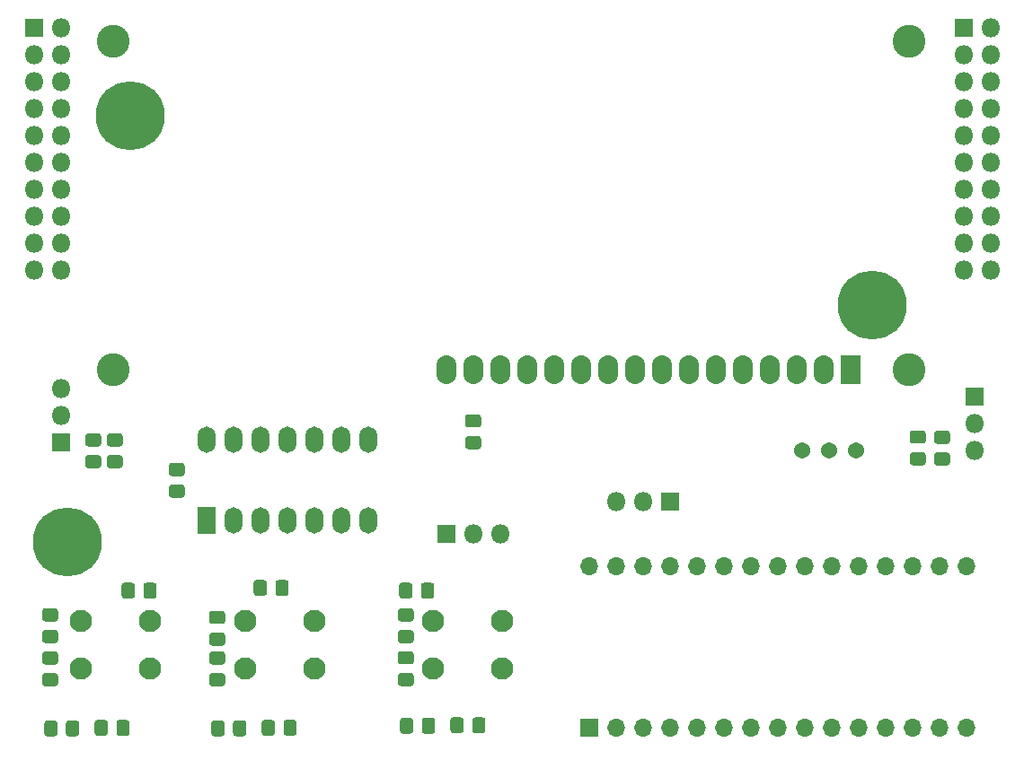
<source format=gbr>
%TF.GenerationSoftware,KiCad,Pcbnew,(5.1.6)-1*%
%TF.CreationDate,2020-10-03T16:08:43+08:00*%
%TF.ProjectId,odometer_project,6f646f6d-6574-4657-925f-70726f6a6563,rev?*%
%TF.SameCoordinates,Original*%
%TF.FileFunction,Soldermask,Top*%
%TF.FilePolarity,Negative*%
%FSLAX46Y46*%
G04 Gerber Fmt 4.6, Leading zero omitted, Abs format (unit mm)*
G04 Created by KiCad (PCBNEW (5.1.6)-1) date 2020-10-03 16:08:43*
%MOMM*%
%LPD*%
G01*
G04 APERTURE LIST*
%ADD10C,0.900000*%
%ADD11C,6.500000*%
%ADD12C,1.540000*%
%ADD13O,1.800000X1.800000*%
%ADD14R,1.800000X1.800000*%
%ADD15C,3.100000*%
%ADD16O,1.900000X2.700000*%
%ADD17R,1.900000X2.700000*%
%ADD18C,2.100000*%
%ADD19O,1.700000X2.500000*%
%ADD20R,1.700000X2.500000*%
%ADD21O,1.700000X1.700000*%
%ADD22R,1.700000X1.700000*%
G04 APERTURE END LIST*
D10*
%TO.C,REF\u002A\u002A*%
X264079056Y-110316944D03*
X262382000Y-109614000D03*
X260684944Y-110316944D03*
X259982000Y-112014000D03*
X260684944Y-113711056D03*
X262382000Y-114414000D03*
X264079056Y-113711056D03*
X264782000Y-112014000D03*
D11*
X262382000Y-112014000D03*
%TD*%
D10*
%TO.C,REF\u002A\u002A*%
X188273056Y-132668944D03*
X186576000Y-131966000D03*
X184878944Y-132668944D03*
X184176000Y-134366000D03*
X184878944Y-136063056D03*
X186576000Y-136766000D03*
X188273056Y-136063056D03*
X188976000Y-134366000D03*
D11*
X186576000Y-134366000D03*
%TD*%
D10*
%TO.C,REF\u002A\u002A*%
X194148112Y-92456000D03*
X192451056Y-91753056D03*
X190754000Y-92456000D03*
X190051056Y-94153056D03*
X190754000Y-95850112D03*
X192451056Y-96553056D03*
X194148112Y-95850112D03*
X194851056Y-94153056D03*
D11*
X192451056Y-94153056D03*
%TD*%
D12*
%TO.C,RV1*%
X260858000Y-125730000D03*
X258318000Y-125730000D03*
X255778000Y-125730000D03*
%TD*%
%TO.C,R12*%
G36*
G01*
X191486262Y-125339000D02*
X190529738Y-125339000D01*
G75*
G02*
X190258000Y-125067262I0J271738D01*
G01*
X190258000Y-124360738D01*
G75*
G02*
X190529738Y-124089000I271738J0D01*
G01*
X191486262Y-124089000D01*
G75*
G02*
X191758000Y-124360738I0J-271738D01*
G01*
X191758000Y-125067262D01*
G75*
G02*
X191486262Y-125339000I-271738J0D01*
G01*
G37*
G36*
G01*
X191486262Y-127389000D02*
X190529738Y-127389000D01*
G75*
G02*
X190258000Y-127117262I0J271738D01*
G01*
X190258000Y-126410738D01*
G75*
G02*
X190529738Y-126139000I271738J0D01*
G01*
X191486262Y-126139000D01*
G75*
G02*
X191758000Y-126410738I0J-271738D01*
G01*
X191758000Y-127117262D01*
G75*
G02*
X191486262Y-127389000I-271738J0D01*
G01*
G37*
%TD*%
%TO.C,R11*%
G36*
G01*
X267178262Y-125067000D02*
X266221738Y-125067000D01*
G75*
G02*
X265950000Y-124795262I0J271738D01*
G01*
X265950000Y-124088738D01*
G75*
G02*
X266221738Y-123817000I271738J0D01*
G01*
X267178262Y-123817000D01*
G75*
G02*
X267450000Y-124088738I0J-271738D01*
G01*
X267450000Y-124795262D01*
G75*
G02*
X267178262Y-125067000I-271738J0D01*
G01*
G37*
G36*
G01*
X267178262Y-127117000D02*
X266221738Y-127117000D01*
G75*
G02*
X265950000Y-126845262I0J271738D01*
G01*
X265950000Y-126138738D01*
G75*
G02*
X266221738Y-125867000I271738J0D01*
G01*
X267178262Y-125867000D01*
G75*
G02*
X267450000Y-126138738I0J-271738D01*
G01*
X267450000Y-126845262D01*
G75*
G02*
X267178262Y-127117000I-271738J0D01*
G01*
G37*
%TD*%
%TO.C,D5*%
G36*
G01*
X189454262Y-125339000D02*
X188497738Y-125339000D01*
G75*
G02*
X188226000Y-125067262I0J271738D01*
G01*
X188226000Y-124360738D01*
G75*
G02*
X188497738Y-124089000I271738J0D01*
G01*
X189454262Y-124089000D01*
G75*
G02*
X189726000Y-124360738I0J-271738D01*
G01*
X189726000Y-125067262D01*
G75*
G02*
X189454262Y-125339000I-271738J0D01*
G01*
G37*
G36*
G01*
X189454262Y-127389000D02*
X188497738Y-127389000D01*
G75*
G02*
X188226000Y-127117262I0J271738D01*
G01*
X188226000Y-126410738D01*
G75*
G02*
X188497738Y-126139000I271738J0D01*
G01*
X189454262Y-126139000D01*
G75*
G02*
X189726000Y-126410738I0J-271738D01*
G01*
X189726000Y-127117262D01*
G75*
G02*
X189454262Y-127389000I-271738J0D01*
G01*
G37*
%TD*%
%TO.C,D4*%
G36*
G01*
X269464262Y-125085000D02*
X268507738Y-125085000D01*
G75*
G02*
X268236000Y-124813262I0J271738D01*
G01*
X268236000Y-124106738D01*
G75*
G02*
X268507738Y-123835000I271738J0D01*
G01*
X269464262Y-123835000D01*
G75*
G02*
X269736000Y-124106738I0J-271738D01*
G01*
X269736000Y-124813262D01*
G75*
G02*
X269464262Y-125085000I-271738J0D01*
G01*
G37*
G36*
G01*
X269464262Y-127135000D02*
X268507738Y-127135000D01*
G75*
G02*
X268236000Y-126863262I0J271738D01*
G01*
X268236000Y-126156738D01*
G75*
G02*
X268507738Y-125885000I271738J0D01*
G01*
X269464262Y-125885000D01*
G75*
G02*
X269736000Y-126156738I0J-271738D01*
G01*
X269736000Y-126863262D01*
G75*
G02*
X269464262Y-127135000I-271738J0D01*
G01*
G37*
%TD*%
D13*
%TO.C,JP2*%
X227330000Y-133604000D03*
X224790000Y-133604000D03*
D14*
X222250000Y-133604000D03*
%TD*%
D13*
%TO.C,JP1*%
X238252000Y-130556000D03*
X240792000Y-130556000D03*
D14*
X243332000Y-130556000D03*
%TD*%
D13*
%TO.C,J1*%
X185928000Y-119888000D03*
X185928000Y-122428000D03*
D14*
X185928000Y-124968000D03*
%TD*%
D15*
%TO.C,DS1*%
X190850000Y-118110000D03*
X190850520Y-87109300D03*
X265849100Y-87109300D03*
X265849100Y-118110000D03*
D16*
X222250000Y-118110000D03*
X224790000Y-118110000D03*
X227330000Y-118110000D03*
X229870000Y-118110000D03*
X232410000Y-118110000D03*
X234950000Y-118110000D03*
X237490000Y-118110000D03*
X240030000Y-118110000D03*
X242570000Y-118110000D03*
X245110000Y-118110000D03*
X247650000Y-118110000D03*
X250190000Y-118110000D03*
X252730000Y-118110000D03*
X255270000Y-118110000D03*
X257810000Y-118110000D03*
D17*
X260350000Y-118110000D03*
%TD*%
%TO.C,R10*%
G36*
G01*
X219149000Y-151204738D02*
X219149000Y-152161262D01*
G75*
G02*
X218877262Y-152433000I-271738J0D01*
G01*
X218170738Y-152433000D01*
G75*
G02*
X217899000Y-152161262I0J271738D01*
G01*
X217899000Y-151204738D01*
G75*
G02*
X218170738Y-150933000I271738J0D01*
G01*
X218877262Y-150933000D01*
G75*
G02*
X219149000Y-151204738I0J-271738D01*
G01*
G37*
G36*
G01*
X221199000Y-151204738D02*
X221199000Y-152161262D01*
G75*
G02*
X220927262Y-152433000I-271738J0D01*
G01*
X220220738Y-152433000D01*
G75*
G02*
X219949000Y-152161262I0J271738D01*
G01*
X219949000Y-151204738D01*
G75*
G02*
X220220738Y-150933000I271738J0D01*
G01*
X220927262Y-150933000D01*
G75*
G02*
X221199000Y-151204738I0J-271738D01*
G01*
G37*
%TD*%
%TO.C,R9*%
G36*
G01*
X201357000Y-151448738D02*
X201357000Y-152405262D01*
G75*
G02*
X201085262Y-152677000I-271738J0D01*
G01*
X200378738Y-152677000D01*
G75*
G02*
X200107000Y-152405262I0J271738D01*
G01*
X200107000Y-151448738D01*
G75*
G02*
X200378738Y-151177000I271738J0D01*
G01*
X201085262Y-151177000D01*
G75*
G02*
X201357000Y-151448738I0J-271738D01*
G01*
G37*
G36*
G01*
X203407000Y-151448738D02*
X203407000Y-152405262D01*
G75*
G02*
X203135262Y-152677000I-271738J0D01*
G01*
X202428738Y-152677000D01*
G75*
G02*
X202157000Y-152405262I0J271738D01*
G01*
X202157000Y-151448738D01*
G75*
G02*
X202428738Y-151177000I271738J0D01*
G01*
X203135262Y-151177000D01*
G75*
G02*
X203407000Y-151448738I0J-271738D01*
G01*
G37*
%TD*%
%TO.C,R8*%
G36*
G01*
X185609000Y-151458738D02*
X185609000Y-152415262D01*
G75*
G02*
X185337262Y-152687000I-271738J0D01*
G01*
X184630738Y-152687000D01*
G75*
G02*
X184359000Y-152415262I0J271738D01*
G01*
X184359000Y-151458738D01*
G75*
G02*
X184630738Y-151187000I271738J0D01*
G01*
X185337262Y-151187000D01*
G75*
G02*
X185609000Y-151458738I0J-271738D01*
G01*
G37*
G36*
G01*
X187659000Y-151458738D02*
X187659000Y-152415262D01*
G75*
G02*
X187387262Y-152687000I-271738J0D01*
G01*
X186680738Y-152687000D01*
G75*
G02*
X186409000Y-152415262I0J271738D01*
G01*
X186409000Y-151458738D01*
G75*
G02*
X186680738Y-151187000I271738J0D01*
G01*
X187387262Y-151187000D01*
G75*
G02*
X187659000Y-151458738I0J-271738D01*
G01*
G37*
%TD*%
%TO.C,D3*%
G36*
G01*
X223894000Y-151159738D02*
X223894000Y-152116262D01*
G75*
G02*
X223622262Y-152388000I-271738J0D01*
G01*
X222915738Y-152388000D01*
G75*
G02*
X222644000Y-152116262I0J271738D01*
G01*
X222644000Y-151159738D01*
G75*
G02*
X222915738Y-150888000I271738J0D01*
G01*
X223622262Y-150888000D01*
G75*
G02*
X223894000Y-151159738I0J-271738D01*
G01*
G37*
G36*
G01*
X225944000Y-151159738D02*
X225944000Y-152116262D01*
G75*
G02*
X225672262Y-152388000I-271738J0D01*
G01*
X224965738Y-152388000D01*
G75*
G02*
X224694000Y-152116262I0J271738D01*
G01*
X224694000Y-151159738D01*
G75*
G02*
X224965738Y-150888000I271738J0D01*
G01*
X225672262Y-150888000D01*
G75*
G02*
X225944000Y-151159738I0J-271738D01*
G01*
G37*
%TD*%
%TO.C,D2*%
G36*
G01*
X206102000Y-151403738D02*
X206102000Y-152360262D01*
G75*
G02*
X205830262Y-152632000I-271738J0D01*
G01*
X205123738Y-152632000D01*
G75*
G02*
X204852000Y-152360262I0J271738D01*
G01*
X204852000Y-151403738D01*
G75*
G02*
X205123738Y-151132000I271738J0D01*
G01*
X205830262Y-151132000D01*
G75*
G02*
X206102000Y-151403738I0J-271738D01*
G01*
G37*
G36*
G01*
X208152000Y-151403738D02*
X208152000Y-152360262D01*
G75*
G02*
X207880262Y-152632000I-271738J0D01*
G01*
X207173738Y-152632000D01*
G75*
G02*
X206902000Y-152360262I0J271738D01*
G01*
X206902000Y-151403738D01*
G75*
G02*
X207173738Y-151132000I271738J0D01*
G01*
X207880262Y-151132000D01*
G75*
G02*
X208152000Y-151403738I0J-271738D01*
G01*
G37*
%TD*%
%TO.C,D1*%
G36*
G01*
X190354000Y-151413738D02*
X190354000Y-152370262D01*
G75*
G02*
X190082262Y-152642000I-271738J0D01*
G01*
X189375738Y-152642000D01*
G75*
G02*
X189104000Y-152370262I0J271738D01*
G01*
X189104000Y-151413738D01*
G75*
G02*
X189375738Y-151142000I271738J0D01*
G01*
X190082262Y-151142000D01*
G75*
G02*
X190354000Y-151413738I0J-271738D01*
G01*
G37*
G36*
G01*
X192404000Y-151413738D02*
X192404000Y-152370262D01*
G75*
G02*
X192132262Y-152642000I-271738J0D01*
G01*
X191425738Y-152642000D01*
G75*
G02*
X191154000Y-152370262I0J271738D01*
G01*
X191154000Y-151413738D01*
G75*
G02*
X191425738Y-151142000I271738J0D01*
G01*
X192132262Y-151142000D01*
G75*
G02*
X192404000Y-151413738I0J-271738D01*
G01*
G37*
%TD*%
D18*
%TO.C,SW2*%
X203304000Y-146304000D03*
X203304000Y-141804000D03*
X209804000Y-146304000D03*
X209804000Y-141804000D03*
%TD*%
D19*
%TO.C,U1*%
X199644000Y-124714000D03*
X214884000Y-132334000D03*
X202184000Y-124714000D03*
X212344000Y-132334000D03*
X204724000Y-124714000D03*
X209804000Y-132334000D03*
X207264000Y-124714000D03*
X207264000Y-132334000D03*
X209804000Y-124714000D03*
X204724000Y-132334000D03*
X212344000Y-124714000D03*
X202184000Y-132334000D03*
X214884000Y-124714000D03*
D20*
X199644000Y-132334000D03*
%TD*%
%TO.C,R3*%
G36*
G01*
X225268262Y-123543000D02*
X224311738Y-123543000D01*
G75*
G02*
X224040000Y-123271262I0J271738D01*
G01*
X224040000Y-122564738D01*
G75*
G02*
X224311738Y-122293000I271738J0D01*
G01*
X225268262Y-122293000D01*
G75*
G02*
X225540000Y-122564738I0J-271738D01*
G01*
X225540000Y-123271262D01*
G75*
G02*
X225268262Y-123543000I-271738J0D01*
G01*
G37*
G36*
G01*
X225268262Y-125593000D02*
X224311738Y-125593000D01*
G75*
G02*
X224040000Y-125321262I0J271738D01*
G01*
X224040000Y-124614738D01*
G75*
G02*
X224311738Y-124343000I271738J0D01*
G01*
X225268262Y-124343000D01*
G75*
G02*
X225540000Y-124614738I0J-271738D01*
G01*
X225540000Y-125321262D01*
G75*
G02*
X225268262Y-125593000I-271738J0D01*
G01*
G37*
%TD*%
%TO.C,C1*%
G36*
G01*
X196371738Y-128924000D02*
X197328262Y-128924000D01*
G75*
G02*
X197600000Y-129195738I0J-271738D01*
G01*
X197600000Y-129902262D01*
G75*
G02*
X197328262Y-130174000I-271738J0D01*
G01*
X196371738Y-130174000D01*
G75*
G02*
X196100000Y-129902262I0J271738D01*
G01*
X196100000Y-129195738D01*
G75*
G02*
X196371738Y-128924000I271738J0D01*
G01*
G37*
G36*
G01*
X196371738Y-126874000D02*
X197328262Y-126874000D01*
G75*
G02*
X197600000Y-127145738I0J-271738D01*
G01*
X197600000Y-127852262D01*
G75*
G02*
X197328262Y-128124000I-271738J0D01*
G01*
X196371738Y-128124000D01*
G75*
G02*
X196100000Y-127852262I0J271738D01*
G01*
X196100000Y-127145738D01*
G75*
G02*
X196371738Y-126874000I271738J0D01*
G01*
G37*
%TD*%
%TO.C,R7*%
G36*
G01*
X218918262Y-141849000D02*
X217961738Y-141849000D01*
G75*
G02*
X217690000Y-141577262I0J271738D01*
G01*
X217690000Y-140870738D01*
G75*
G02*
X217961738Y-140599000I271738J0D01*
G01*
X218918262Y-140599000D01*
G75*
G02*
X219190000Y-140870738I0J-271738D01*
G01*
X219190000Y-141577262D01*
G75*
G02*
X218918262Y-141849000I-271738J0D01*
G01*
G37*
G36*
G01*
X218918262Y-143899000D02*
X217961738Y-143899000D01*
G75*
G02*
X217690000Y-143627262I0J271738D01*
G01*
X217690000Y-142920738D01*
G75*
G02*
X217961738Y-142649000I271738J0D01*
G01*
X218918262Y-142649000D01*
G75*
G02*
X219190000Y-142920738I0J-271738D01*
G01*
X219190000Y-143627262D01*
G75*
G02*
X218918262Y-143899000I-271738J0D01*
G01*
G37*
%TD*%
%TO.C,R6*%
G36*
G01*
X218918262Y-145895000D02*
X217961738Y-145895000D01*
G75*
G02*
X217690000Y-145623262I0J271738D01*
G01*
X217690000Y-144916738D01*
G75*
G02*
X217961738Y-144645000I271738J0D01*
G01*
X218918262Y-144645000D01*
G75*
G02*
X219190000Y-144916738I0J-271738D01*
G01*
X219190000Y-145623262D01*
G75*
G02*
X218918262Y-145895000I-271738J0D01*
G01*
G37*
G36*
G01*
X218918262Y-147945000D02*
X217961738Y-147945000D01*
G75*
G02*
X217690000Y-147673262I0J271738D01*
G01*
X217690000Y-146966738D01*
G75*
G02*
X217961738Y-146695000I271738J0D01*
G01*
X218918262Y-146695000D01*
G75*
G02*
X219190000Y-146966738I0J-271738D01*
G01*
X219190000Y-147673262D01*
G75*
G02*
X218918262Y-147945000I-271738J0D01*
G01*
G37*
%TD*%
%TO.C,R5*%
G36*
G01*
X201138262Y-142085000D02*
X200181738Y-142085000D01*
G75*
G02*
X199910000Y-141813262I0J271738D01*
G01*
X199910000Y-141106738D01*
G75*
G02*
X200181738Y-140835000I271738J0D01*
G01*
X201138262Y-140835000D01*
G75*
G02*
X201410000Y-141106738I0J-271738D01*
G01*
X201410000Y-141813262D01*
G75*
G02*
X201138262Y-142085000I-271738J0D01*
G01*
G37*
G36*
G01*
X201138262Y-144135000D02*
X200181738Y-144135000D01*
G75*
G02*
X199910000Y-143863262I0J271738D01*
G01*
X199910000Y-143156738D01*
G75*
G02*
X200181738Y-142885000I271738J0D01*
G01*
X201138262Y-142885000D01*
G75*
G02*
X201410000Y-143156738I0J-271738D01*
G01*
X201410000Y-143863262D01*
G75*
G02*
X201138262Y-144135000I-271738J0D01*
G01*
G37*
%TD*%
%TO.C,R4*%
G36*
G01*
X201138262Y-145913000D02*
X200181738Y-145913000D01*
G75*
G02*
X199910000Y-145641262I0J271738D01*
G01*
X199910000Y-144934738D01*
G75*
G02*
X200181738Y-144663000I271738J0D01*
G01*
X201138262Y-144663000D01*
G75*
G02*
X201410000Y-144934738I0J-271738D01*
G01*
X201410000Y-145641262D01*
G75*
G02*
X201138262Y-145913000I-271738J0D01*
G01*
G37*
G36*
G01*
X201138262Y-147963000D02*
X200181738Y-147963000D01*
G75*
G02*
X199910000Y-147691262I0J271738D01*
G01*
X199910000Y-146984738D01*
G75*
G02*
X200181738Y-146713000I271738J0D01*
G01*
X201138262Y-146713000D01*
G75*
G02*
X201410000Y-146984738I0J-271738D01*
G01*
X201410000Y-147691262D01*
G75*
G02*
X201138262Y-147963000I-271738J0D01*
G01*
G37*
%TD*%
%TO.C,R2*%
G36*
G01*
X185390262Y-141840000D02*
X184433738Y-141840000D01*
G75*
G02*
X184162000Y-141568262I0J271738D01*
G01*
X184162000Y-140861738D01*
G75*
G02*
X184433738Y-140590000I271738J0D01*
G01*
X185390262Y-140590000D01*
G75*
G02*
X185662000Y-140861738I0J-271738D01*
G01*
X185662000Y-141568262D01*
G75*
G02*
X185390262Y-141840000I-271738J0D01*
G01*
G37*
G36*
G01*
X185390262Y-143890000D02*
X184433738Y-143890000D01*
G75*
G02*
X184162000Y-143618262I0J271738D01*
G01*
X184162000Y-142911738D01*
G75*
G02*
X184433738Y-142640000I271738J0D01*
G01*
X185390262Y-142640000D01*
G75*
G02*
X185662000Y-142911738I0J-271738D01*
G01*
X185662000Y-143618262D01*
G75*
G02*
X185390262Y-143890000I-271738J0D01*
G01*
G37*
%TD*%
%TO.C,R1*%
G36*
G01*
X185390262Y-145913000D02*
X184433738Y-145913000D01*
G75*
G02*
X184162000Y-145641262I0J271738D01*
G01*
X184162000Y-144934738D01*
G75*
G02*
X184433738Y-144663000I271738J0D01*
G01*
X185390262Y-144663000D01*
G75*
G02*
X185662000Y-144934738I0J-271738D01*
G01*
X185662000Y-145641262D01*
G75*
G02*
X185390262Y-145913000I-271738J0D01*
G01*
G37*
G36*
G01*
X185390262Y-147963000D02*
X184433738Y-147963000D01*
G75*
G02*
X184162000Y-147691262I0J271738D01*
G01*
X184162000Y-146984738D01*
G75*
G02*
X184433738Y-146713000I271738J0D01*
G01*
X185390262Y-146713000D01*
G75*
G02*
X185662000Y-146984738I0J-271738D01*
G01*
X185662000Y-147691262D01*
G75*
G02*
X185390262Y-147963000I-271738J0D01*
G01*
G37*
%TD*%
%TO.C,C4*%
G36*
G01*
X219865000Y-139416262D02*
X219865000Y-138459738D01*
G75*
G02*
X220136738Y-138188000I271738J0D01*
G01*
X220843262Y-138188000D01*
G75*
G02*
X221115000Y-138459738I0J-271738D01*
G01*
X221115000Y-139416262D01*
G75*
G02*
X220843262Y-139688000I-271738J0D01*
G01*
X220136738Y-139688000D01*
G75*
G02*
X219865000Y-139416262I0J271738D01*
G01*
G37*
G36*
G01*
X217815000Y-139416262D02*
X217815000Y-138459738D01*
G75*
G02*
X218086738Y-138188000I271738J0D01*
G01*
X218793262Y-138188000D01*
G75*
G02*
X219065000Y-138459738I0J-271738D01*
G01*
X219065000Y-139416262D01*
G75*
G02*
X218793262Y-139688000I-271738J0D01*
G01*
X218086738Y-139688000D01*
G75*
G02*
X217815000Y-139416262I0J271738D01*
G01*
G37*
%TD*%
%TO.C,C3*%
G36*
G01*
X206149000Y-139162262D02*
X206149000Y-138205738D01*
G75*
G02*
X206420738Y-137934000I271738J0D01*
G01*
X207127262Y-137934000D01*
G75*
G02*
X207399000Y-138205738I0J-271738D01*
G01*
X207399000Y-139162262D01*
G75*
G02*
X207127262Y-139434000I-271738J0D01*
G01*
X206420738Y-139434000D01*
G75*
G02*
X206149000Y-139162262I0J271738D01*
G01*
G37*
G36*
G01*
X204099000Y-139162262D02*
X204099000Y-138205738D01*
G75*
G02*
X204370738Y-137934000I271738J0D01*
G01*
X205077262Y-137934000D01*
G75*
G02*
X205349000Y-138205738I0J-271738D01*
G01*
X205349000Y-139162262D01*
G75*
G02*
X205077262Y-139434000I-271738J0D01*
G01*
X204370738Y-139434000D01*
G75*
G02*
X204099000Y-139162262I0J271738D01*
G01*
G37*
%TD*%
%TO.C,C2*%
G36*
G01*
X193703000Y-139416262D02*
X193703000Y-138459738D01*
G75*
G02*
X193974738Y-138188000I271738J0D01*
G01*
X194681262Y-138188000D01*
G75*
G02*
X194953000Y-138459738I0J-271738D01*
G01*
X194953000Y-139416262D01*
G75*
G02*
X194681262Y-139688000I-271738J0D01*
G01*
X193974738Y-139688000D01*
G75*
G02*
X193703000Y-139416262I0J271738D01*
G01*
G37*
G36*
G01*
X191653000Y-139416262D02*
X191653000Y-138459738D01*
G75*
G02*
X191924738Y-138188000I271738J0D01*
G01*
X192631262Y-138188000D01*
G75*
G02*
X192903000Y-138459738I0J-271738D01*
G01*
X192903000Y-139416262D01*
G75*
G02*
X192631262Y-139688000I-271738J0D01*
G01*
X191924738Y-139688000D01*
G75*
G02*
X191653000Y-139416262I0J271738D01*
G01*
G37*
%TD*%
D13*
%TO.C,J4*%
X273558000Y-108712000D03*
X271018000Y-108712000D03*
X273558000Y-106172000D03*
X271018000Y-106172000D03*
X273558000Y-103632000D03*
X271018000Y-103632000D03*
X273558000Y-101092000D03*
X271018000Y-101092000D03*
X273558000Y-98552000D03*
X271018000Y-98552000D03*
X273558000Y-96012000D03*
X271018000Y-96012000D03*
X273558000Y-93472000D03*
X271018000Y-93472000D03*
X273558000Y-90932000D03*
X271018000Y-90932000D03*
X273558000Y-88392000D03*
X271018000Y-88392000D03*
X273558000Y-85852000D03*
D14*
X271018000Y-85852000D03*
%TD*%
D13*
%TO.C,J3*%
X185928000Y-108712000D03*
X183388000Y-108712000D03*
X185928000Y-106172000D03*
X183388000Y-106172000D03*
X185928000Y-103632000D03*
X183388000Y-103632000D03*
X185928000Y-101092000D03*
X183388000Y-101092000D03*
X185928000Y-98552000D03*
X183388000Y-98552000D03*
X185928000Y-96012000D03*
X183388000Y-96012000D03*
X185928000Y-93472000D03*
X183388000Y-93472000D03*
X185928000Y-90932000D03*
X183388000Y-90932000D03*
X185928000Y-88392000D03*
X183388000Y-88392000D03*
X185928000Y-85852000D03*
D14*
X183388000Y-85852000D03*
%TD*%
D13*
%TO.C,J2*%
X272034000Y-125730000D03*
X272034000Y-123190000D03*
D14*
X272034000Y-120650000D03*
%TD*%
D21*
%TO.C,A1*%
X271272000Y-136652000D03*
X271272000Y-151892000D03*
X235712000Y-136652000D03*
X268732000Y-151892000D03*
X238252000Y-136652000D03*
X266192000Y-151892000D03*
X240792000Y-136652000D03*
X263652000Y-151892000D03*
X243332000Y-136652000D03*
X261112000Y-151892000D03*
X245872000Y-136652000D03*
X258572000Y-151892000D03*
X248412000Y-136652000D03*
X256032000Y-151892000D03*
X250952000Y-136652000D03*
X253492000Y-151892000D03*
X253492000Y-136652000D03*
X250952000Y-151892000D03*
X256032000Y-136652000D03*
X248412000Y-151892000D03*
X258572000Y-136652000D03*
X245872000Y-151892000D03*
X261112000Y-136652000D03*
X243332000Y-151892000D03*
X263652000Y-136652000D03*
X240792000Y-151892000D03*
X266192000Y-136652000D03*
X238252000Y-151892000D03*
X268732000Y-136652000D03*
D22*
X235712000Y-151892000D03*
%TD*%
D18*
%TO.C,SW3*%
X220980000Y-146304000D03*
X220980000Y-141804000D03*
X227480000Y-146304000D03*
X227480000Y-141804000D03*
%TD*%
%TO.C,SW1*%
X187810000Y-146304000D03*
X187810000Y-141804000D03*
X194310000Y-146304000D03*
X194310000Y-141804000D03*
%TD*%
M02*

</source>
